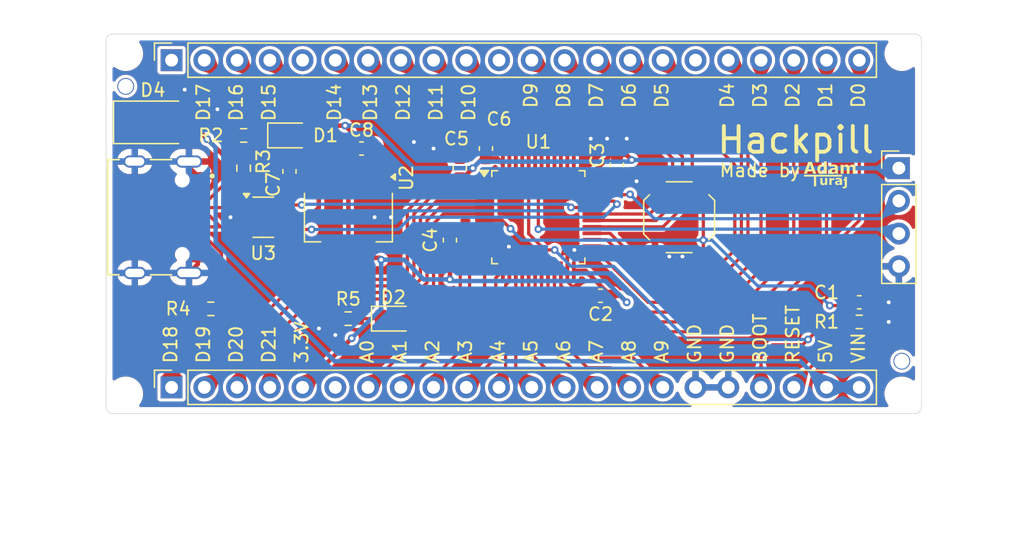
<source format=kicad_pcb>
(kicad_pcb (version 20240108) (generator "pcbnew") (generator_version "8.0")
  (layers (0 "F.Cu" signal) (31 "B.Cu" signal) (34 "B.Paste" user) (35 "F.Paste" user) (36 "B.SilkS" user "B.Silkscreen") (37 "F.SilkS" user "F.Silkscreen") (38 "B.Mask" user) (39 "F.Mask" user) (44 "Edge.Cuts" user))
  (net 0 "")
  (net 1 "NRST")
  (net 2 "GND")
  (net 3 "+3V3")
  (net 4 "+5V")
  (net 5 "Net-(D1-K)")
  (net 6 "Net-(D2-K)")
  (net 7 "BOOT")
  (net 8 "Net-(J2-CC1)")
  (net 9 "Net-(J2-CC2)")
  (net 10 "A4")
  (net 11 "D21")
  (net 12 "A3")
  (net 13 "A8")
  (net 14 "D5")
  (net 15 "A7")
  (net 16 "A0")
  (net 17 "D22")
  (net 18 "D6")
  (net 19 "A5")
  (net 20 "D20")
  (net 21 "A2")
  (net 22 "A1")
  (net 23 "/SWCLK")
  (net 24 "A9")
  (net 25 "/SWDIO")
  (net 26 "A6")
  (net 27 "Net-(J2-D--PadA7)")
  (net 28 "Net-(J2-D+-PadA6)")
  (net 32 "D18")
  (net 33 "D19")
  (net 34 "D4")
  (net 35 "PWM_D7")
  (net 36 "I2C_SCL_PWM_D1")
  (net 37 "SPI_MISO_I2S_MCK_PWM_D12")
  (net 39 "I2C_SDA_PWM_D2")
  (net 40 "CAN_RX_PWM_D16")
  (net 41 "USART_TX_PWM_D9")
  (net 43 "D3")
  (net 44 "USART_TX_PWM_D8")
  (net 45 "I2S_WS_PWM_D10")
  (net 46 "SPI_SCK_PWM_D11")
  (net 47 "D14")
  (net 50 "SPI_MOSI_I2S_SD_PWM_D13")
  (net 51 "D0")
  (net 52 "D15")
  (net 53 "CAN_TX_PWM_D17")
  (net 54 "USB_DP")
  (net 55 "USB_DM")
  (net 56 "Net-(D4-A)")
  (footprint "Symbol:logo" (layer "F.Cu") (at 181.61 97.028)
    (property "Reference" "G***" (hide yes))
    (property "Value" "LOGO" (hide yes))
  )
  (footprint "MountingHole:Tooling_Hole_JLC" (layer "F.Cu") (at 127 90.17)
    (property "Reference" "REF**" (hide yes))
    (property "Value" "Tooling_Hole_JLC")
  )
  (footprint "Resistor_SMD:R_0603_1608Metric" (layer "F.Cu") (at 136.144 93.98 180)
    (property "Reference" "R2")
    (property "Value" "51R")
  )
  (footprint "Resistor_SMD:R_0603_1608Metric" (layer "F.Cu") (at 136.144 96.52 -90)
    (property "Reference" "R3")
    (property "Value" "5.1k")
  )
  (footprint "Capacitor_SMD:C_0603_1608Metric" (layer "F.Cu") (at 145.288 94.996)
    (property "Reference" "C8")
    (property "Value" "22uF")
  )
  (footprint "Fiducial:Fiducial_0.5mm_Mask1mm" (layer "F.Cu") (at 185.674 91.948)
    (property "Reference" "REF**" (hide yes))
    (property "Value" "Fiducial_0.5mm_Mask1mm")
  )
  (footprint "Diode_SMD:D_SMA" (layer "F.Cu") (at 129.099 92.964)
    (property "Reference" "D4")
    (property "Value" "SS14")
  )
  (footprint "MountingHole:MountingHole_2.2mm_M2" (layer "F.Cu") (at 187.198 114.046)
    (property "Reference" "REF**" (hide yes))
    (property "Value" "MountingHole_2.2mm_M2")
  )
  (footprint "MountingHole:MountingHole_2.2mm_M2" (layer "F.Cu") (at 187.198 87.63)
    (property "Reference" "REF**" (hide yes))
    (property "Value" "MountingHole_2.2mm_M2")
  )
  (footprint "Resistor_SMD:R_0603_1608Metric" (layer "F.Cu") (at 144.2565 108.204 180)
    (property "Reference" "R5")
    (property "Value" "51R")
  )
  (footprint "Capacitor_SMD:C_0603_1608Metric" (layer "F.Cu") (at 154.94 94.996 90)
    (property "Reference" "C6")
    (property "Value" "0.1uF")
  )
  (footprint "Connector_PinSocket_2.54mm:PinSocket_1x22_P2.54mm_Vertical" (layer "F.Cu") (at 130.556 113.538 90)
    (property "Reference" "J3" (hide yes))
    (property "Value" "Conn_01x22")
  )
  (footprint "Connector_PinSocket_2.54mm:PinSocket_1x22_P2.54mm_Vertical" (layer "F.Cu") (at 130.556 88.138 90)
    (property "Reference" "J4" (hide yes))
    (property "Value" "Conn_01x22")
  )
  (footprint "MountingHole:MountingHole_2.2mm_M2" (layer "F.Cu") (at 127 114.046)
    (property "Reference" "REF**" (hide yes))
    (property "Value" "MountingHole_2.2mm_M2")
  )
  (footprint "Package_TO_SOT_SMD:SOT-23-6" (layer "F.Cu") (at 137.668 100.33)
    (property "Reference" "U3")
    (property "Value" "USBLC6-2SC6")
  )
  (footprint "Package_QFP:LQFP-48_7x7mm_P0.5mm" (layer "F.Cu") (at 159.004 100.33)
    (property "Reference" "U1")
    (property "Value" "STM32F042C6Tx")
  )
  (footprint "LED_SMD:LED_0805_2012Metric" (layer "F.Cu") (at 139.7 93.98)
    (property "Reference" "D1")
    (property "Value" "LED")
  )
  (footprint "Resistor_SMD:R_0603_1608Metric" (layer "F.Cu") (at 133.604 107.442)
    (property "Reference" "R4")
    (property "Value" "5.1k")
  )
  (footprint "Capacitor_SMD:C_0603_1608Metric" (layer "F.Cu") (at 165.1 96.266 -90)
    (property "Reference" "C3")
    (property "Value" "0.1uF")
  )
  (footprint "Capacitor_SMD:C_0603_1608Metric" (layer "F.Cu") (at 152.908 96.52 90)
    (property "Reference" "C5")
    (property "Value" "0.1uF")
  )
  (footprint "Capacitor_SMD:C_0603_1608Metric" (layer "F.Cu") (at 139.7 96.774 90)
    (property "Reference" "C7")
    (property "Value" "10uF")
  )
  (footprint "Package_TO_SOT_SMD:SOT-223-3_TabPin2" (layer "F.Cu") (at 144.272 100.33 -90)
    (property "Reference" "U2")
    (property "Value" "AMS1117-3.3")
  )
  (footprint "Capacitor_SMD:C_0603_1608Metric" (layer "F.Cu") (at 163.83 106.426 180)
    (property "Reference" "C2")
    (property "Value" "0.1uF")
  )
  (footprint "Capacitor_SMD:C_0603_1608Metric" (layer "F.Cu") (at 183.896 106.934 180)
    (property "Reference" "C1")
    (property "Value" "0.1uF")
  )
  (footprint "Fiducial:Fiducial_0.5mm_Mask1mm" (layer "F.Cu") (at 127.254 108.204)
    (property "Reference" "REF**" (hide yes))
    (property "Value" "Fiducial_0.5mm_Mask1mm")
  )
  (footprint "MountingHole:Tooling_Hole_JLC" (layer "F.Cu") (at 187.198 111.506)
    (property "Reference" "REF**" (hide yes))
    (property "Value" "Tooling_Hole_JLC")
  )
  (footprint "MountingHole:MountingHole_2.2mm_M2" (layer "F.Cu") (at 127 87.63)
    (property "Reference" "REF**" (hide yes))
    (property "Value" "MountingHole_2.2mm_M2")
  )
  (footprint "Button_Switch_SMD:SW_Push_1P1T_XKB_TS-1187A" (layer "F.Cu") (at 169.926 100.33 90)
    (property "Reference" "SW1" (hide yes))
    (property "Value" "SW_Push")
  )
  (footprint "Fiducial:Fiducial_0.5mm_Mask1mm" (layer "F.Cu") (at 183.134 104.14)
    (property "Reference" "REF**" (hide yes))
    (property "Value" "Fiducial_0.5mm_Mask1mm")
  )
  (footprint "Resistor_SMD:R_0603_1608Metric" (layer "F.Cu") (at 183.896 108.458 180)
    (property "Reference" "R1")
    (property "Value" "10k")
  )
  (footprint "LED_SMD:LED_0805_2012Metric" (layer "F.Cu") (at 147.7495 108.204)
    (property "Reference" "D2")
    (property "Value" "LED")
  )
  (footprint "Connector_PinHeader_2.54mm:PinHeader_1x04_P2.54mm_Vertical" (layer "F.Cu") (at 186.969 96.52)
    (property "Reference" "J1" (hide yes))
    (property "Value" "Conn_01x04")
  )
  (footprint "Capacitor_SMD:C_0603_1608Metric" (layer "F.Cu") (at 152.146 102.108 90)
    (property "Reference" "C4")
    (property "Value" "0.1uF")
  )
  (footprint "Connector_USB:USB_C_Receptacle_Shouhan_16P_TopMnt_Horizontal" (layer "F.Cu") (at 128.778 100.33 -90)
    (property "Reference" "J2" (hide yes))
    (property "Value" "USB_C_Receptacle_USB2.0_16P")
  )
  (gr_line (start 188.722 115.07) (end 188.722 86.606) (stroke (width 0.05)) (layer "Edge.Cuts"))
  (gr_arc (start 125.476 86.606) (mid 125.622447 86.252447) (end 125.976 86.106) (stroke (width 0.05)) (layer "Edge.Cuts"))
  (gr_arc (start 188.222 86.106) (mid 188.575553 86.252447) (end 188.722 86.606) (stroke (width 0.05)) (layer "Edge.Cuts"))
  (gr_line (start 188.222 86.106) (end 125.976 86.106) (stroke (width 0.05)) (layer "Edge.Cuts"))
  (gr_arc (start 125.976 115.57) (mid 125.622447 115.423553) (end 125.476 115.07) (stroke (width 0.05)) (layer "Edge.Cuts"))
  (gr_arc (start 188.722 115.07) (mid 188.575553 115.423553) (end 188.222 115.57) (stroke (width 0.05)) (layer "Edge.Cuts"))
  (gr_line (start 125.476 86.606) (end 125.476 115.07) (stroke (width 0.05)) (layer "Edge.Cuts"))
  (gr_line (start 125.976 115.57) (end 188.222 115.57) (stroke (width 0.05)) (layer "Edge.Cuts"))
  (gr_text "VIN" (at 184.404 111.76 90) (layer "F.SilkS") (effects (font (size 1 1)) (justify left bottom)))
  (gr_text "D19" (at 133.604 111.76 90) (layer "F.SilkS") (effects (font (size 1 1)) (justify left bottom)))
  (gr_text "A8" (at 166.624 111.76 90) (layer "F.SilkS") (effects (font (size 1 1)) (justify left bottom)))
  (gr_text "D5" (at 169.164 91.948 90) (layer "F.SilkS") (effects (font (size 1 1)) (justify left bottom)))
  (gr_text "D10" (at 154.178 92.964 90) (layer "F.SilkS") (effects (font (size 1 1)) (justify left bottom)))
  (gr_text "A0" (at 146.304 111.76 90) (layer "F.SilkS") (effects (font (size 1 1)) (justify left bottom)))
  (gr_text "D3" (at 176.784 91.948 90) (layer "F.SilkS") (effects (font (size 1 1)) (justify left bottom)))
  (gr_text "D12" (at 149.098 92.964 90) (layer "F.SilkS") (effects (font (size 1 1)) (justify left bottom)))
  (gr_text "Made by" (at 172.974 97.282 0) (layer "F.SilkS") (effects (font (size 1 1)) (justify left bottom)))
  (gr_text "D7" (at 164.084 91.948 90) (layer "F.SilkS") (effects (font (size 1 1)) (justify left bottom)))
  (gr_text "D2" (at 179.324 91.948 90) (layer "F.SilkS") (effects (font (size 1 1)) (justify left bottom)))
  (gr_text "A2" (at 151.384 111.76 90) (layer "F.SilkS") (effects (font (size 1 1)) (justify left bottom)))
  (gr_text "GND" (at 171.704 111.76 90) (layer "F.SilkS") (effects (font (size 1 1)) (justify left bottom)))
  (gr_text "Hackpill" (at 172.72 95.504 0) (layer "F.SilkS") (effects (font (size 2 2) (thickness 0.3) (bold yes)) (justify left bottom)))
  (gr_text "D14" (at 143.764 92.964 90) (layer "F.SilkS") (effects (font (size 1 1)) (justify left bottom)))
  (gr_text "A7" (at 164.084 111.76 90) (layer "F.SilkS") (effects (font (size 1 1)) (justify left bottom)))
  (gr_text "D6" (at 166.624 91.948 90) (layer "F.SilkS") (effects (font (size 1 1)) (justify left bottom)))
  (gr_text "D20" (at 136.144 111.76 90) (layer "F.SilkS") (effects (font (size 1 1)) (justify left bottom)))
  (gr_text "5V" (at 181.864 111.76 90) (layer "F.SilkS") (effects (font (size 1 1)) (justify left bottom)))
  (gr_text "D4" (at 174.244 91.948 90) (layer "F.SilkS") (effects (font (size 1 1)) (justify left bottom)))
  (gr_text "BOOT" (at 176.784 111.76 90) (layer "F.SilkS") (effects (font (size 1 1)) (justify left bottom)))
  (gr_text "D15" (at 138.684 92.964 90) (layer "F.SilkS") (effects (font (size 1 1)) (justify left bottom)))
  (gr_text "D18" (at 131.064 111.76 90) (layer "F.SilkS") (effects (font (size 1 1)) (justify left bottom)))
  (gr_text "D17" (at 133.604 92.964 90) (layer "F.SilkS") (effects (font (size 1 1)) (justify left bottom)))
  (gr_text "GND" (at 174.244 111.76 90) (layer "F.SilkS") (effects (font (size 1 1)) (justify left bottom)))
  (gr_text "A1" (at 148.844 111.76 90) (layer "F.SilkS") (effects (font (size 1 1)) (justify left bottom)))
  (gr_text "A5" (at 159.004 111.76 90) (layer "F.SilkS") (effects (font (size 1 1)) (justify left bottom)))
  (gr_text "D21" (at 138.684 111.76 90) (layer "F.SilkS") (effects (font (size 1 1)) (justify left bottom)))
  (gr_text "D1" (at 181.864 91.948 90) (layer "F.SilkS") (effects (font (size 1 1)) (justify left bottom)))
  (gr_text "D9" (at 159.004 91.948 90) (layer "F.SilkS") (effects (font (size 1 1)) (justify left bottom)))
  (gr_text "D0" (at 184.404 91.948 90) (layer "F.SilkS") (effects (font (size 1 1)) (justify left bottom)))
  (gr_text "D16" (at 136.144 92.964 90) (layer "F.SilkS") (effects (font (size 1 1)) (justify left bottom)))
  (gr_text "D13" (at 146.558 92.964 90) (layer "F.SilkS") (effects (font (size 1 1)) (justify left bottom)))
  (gr_text "D11" (at 151.638 92.964 90) (layer "F.SilkS") (effects (font (size 1 1)) (justify left bottom)))
  (gr_text "A3" (at 153.924 111.76 90) (layer "F.SilkS") (effects (font (size 1 1)) (justify left bottom)))
  (gr_text "A6" (at 161.544 111.76 90) (layer "F.SilkS") (effects (font (size 1 1)) (justify left bottom)))
  (gr_text "A4" (at 156.464 111.76 90) (layer "F.SilkS") (effects (font (size 1 1)) (justify left bottom)))
  (gr_text "A9" (at 169.164 111.76 90) (layer "F.SilkS") (effects (font (size 1 1)) (justify left bottom)))
  (gr_text "3.3V" (at 141.224 111.76 90) (layer "F.SilkS") (effects (font (size 1 1)) (justify left bottom)))
  (gr_text "D8" (at 161.544 91.948 90) (layer "F.SilkS") (effects (font (size 1 1)) (justify left bottom)))
  (gr_text "RESET" (at 179.324 111.76 90) (layer "F.SilkS") (effects (font (size 1 1)) (justify left bottom)))
  (segment (start 171.801 102.108) (end 171.801 97.33) (width 0.25) (layer "F.Cu") (net 1))
  (segment (start 182.867 107.188) (end 183.121 106.934) (width 0.25) (layer "F.Cu") (net 1))
  (segment (start 178.816 113.284) (end 178.816 113.538) (width 0.25) (layer "F.Cu") (net 1))
  (segment (start 183.896 107.709) (end 183.896 109.22) (width 0.25) (layer "F.Cu") (net 1))
  (segment (start 183.896 109.22) (end 183.388 109.728) (width 0.25) (layer "F.Cu") (net 1))
  (segment (start 183.121 106.934) (end 183.896 107.709) (width 0.25) (layer "F.Cu") (net 1))
  (segment (start 156.845 101.219) (end 156.206 100.58) (width 0.25) (layer "F.Cu") (net 1))
  (segment (start 182.372 109.728) (end 178.816 113.284) (width 0.25) (layer "F.Cu") (net 1))
  (segment (start 181.61 107.188) (end 182.867 107.188) (width 0.25) (layer "F.Cu") (net 1))
  (segment (start 171.801 102.108) (end 171.801 103.33) (width 0.25) (layer "F.Cu") (net 1))
  (segment (start 156.206 100.58) (end 154.8415 100.58) (width 0.25) (layer "F.Cu") (net 1))
  (segment (start 183.388 109.728) (end 182.372 109.728) (width 0.25) (layer "F.Cu") (net 1))
  (segment (start 179.044 113.31) (end 178.816 113.538) (width 0.25) (layer "F.Cu") (net 1))
  (via (at 156.845 101.219) (size 0.6) (drill 0.3) (layers "F.Cu" "B.Cu") (net 1))
  (via (at 171.801 102.108) (size 0.6) (drill 0.3) (layers "F.Cu" "B.Cu") (net 1))
  (via (at 181.61 107.188) (size 0.6) (drill 0.3) (layers "F.Cu" "B.Cu") (net 1))
  (segment (start 171.801 102.108) (end 172.466 102.108) (width 0.25) (layer "B.Cu") (net 1))
  (segment (start 156.845 101.219) (end 157.734 102.108) (width 0.25) (layer "B.Cu") (net 1))
  (segment (start 180.086 105.664) (end 181.61 107.188) (width 0.25) (layer "B.Cu") (net 1))
  (segment (start 157.734 102.108) (end 171.801 102.108) (width 0.25) (layer "B.Cu") (net 1))
  (segment (start 176.022 105.664) (end 180.086 105.664) (width 0.25) (layer "B.Cu") (net 1))
  (segment (start 172.466 102.108) (end 176.022 105.664) (width 0.25) (layer "B.Cu") (net 1))
  (segment (start 161.254 103.414) (end 161.254 104.4925) (width 0.25) (layer "F.Cu") (net 2))
  (segment (start 132.373 104.425) (end 132.598 104.65) (width 0.25) (layer "F.Cu") (net 2))
  (segment (start 131.903 96.005) (end 131.903 96.445) (width 0.35) (layer "F.Cu") (net 2))
  (segment (start 152.399 101.08) (end 152.146 101.333) (width 0.25) (layer "F.Cu") (net 2))
  (segment (start 162.361795 106.426) (end 163.055 106.426) (width 0.25) (layer "F.Cu") (net 2))
  (segment (start 156.197 94.221) (end 154.94 94.221) (width 0.25) (layer "F.Cu") (net 2))
  (segment (start 161.254 105.318205) (end 162.361795 106.426) (width 0.25) (layer "F.Cu") (net 2))
  (segment (start 154.432 94.221) (end 154.94 94.221) (width 0.25) (layer "F.Cu") (net 2))
  (segment (start 135.319 93.98) (end 135.319 94.87) (width 0.2) (layer "F.Cu") (net 2))
  (segment (start 132.588 103.97) (end 131.903 104.655) (width 0.35) (layer "F.Cu") (net 2))
  (segment (start 132.588 103.53) (end 132.588 103.97) (width 0.35) (layer "F.Cu") (net 2))
  (segment (start 152.908 95.745) (end 154.432 94.221) (width 0.25) (layer "F.Cu") (net 2))
  (segment (start 155.646764 101.08) (end 154.8415 101.08) (width 0.25) (layer "F.Cu") (net 2))
  (segment (start 136.144 95.695) (end 136.589 95.695) (width 0.2) (layer "F.Cu") (net 2))
  (segment (start 156.718 102.616) (end 156.718 102.151236) (width 0.25) (layer "F.Cu") (net 2))
  (segment (start 136.652 95.758) (end 139.459 95.758) (width 0.2) (layer "F.Cu") (net 2))
  (segment (start 165.1 97.041) (end 165.1 97.061) (width 0.25) (layer "F.Cu") (net 2))
  (segment (start 156.754 96.1675) (end 156.754 94.778) (width 0.25) (layer "F.Cu") (net 2))
  (segment (start 165.1 97.061) (end 164.081 98.08) (width 0.25) (layer "F.Cu") (net 2))
  (segment (start 161.798 102.87) (end 161.254 103.414) (width 0.25) (layer "F.Cu") (net 2))
  (segment (start 161.254 104.4925) (end 161.254 105.318205) (width 0.25) (layer "F.Cu") (net 2))
  (segment (start 154.8415 101.08) (end 152.399 101.08) (width 0.25) (layer "F.Cu") (net 2))
  (segment (start 135.319 94.87) (end 136.144 95.695) (width 0.2) (layer "F.Cu") (net 2))
  (segment (start 131.903 96.445) (end 132.588 97.13) (width 0.35) (layer "F.Cu") (net 2))
  (segment (start 139.459 95.758) (end 139.7 95.999) (width 0.2) (layer "F.Cu") (net 2))
  (segment (start 156.754 94.778) (end 156.197 94.221) (width 0.25) (layer "F.Cu") (net 2))
  (segment (start 135.128 100.33) (end 136.5305 100.33) (width 0.25) (layer "F.Cu") (net 2))
  (segment (start 164.081 98.08) (end 163.1665 98.08) (width 0.25) (layer "F.Cu") (net 2))
  (segment (start 156.718 102.151236) (end 155.646764 101.08) (width 0.25) (layer "F.Cu") (net 2))
  (segment (start 136.589 95.695) (end 136.652 95.758) (width 0.2) (layer "F.Cu") (net 2))
  (segment (start 132.373 96.235) (end 132.598 96.01) (width 0.25) (layer "F.Cu") (net 2))
  (via (at 165.862 94.234) (size 0.6) (drill 0.3) (layers "F.Cu" "B.Cu") (net 2))
  (via (at 156.718 102.616) (size 0.6) (drill 0.3) (layers "F.Cu" "B.Cu") (net 2))
  (via (at 134.112 91.948) (size 0.6) (drill 0.3) (layers "F.Cu" "B.Cu") (net 2))
  (via (at 150.876 94.996) (size 0.6) (drill 0.3) (layers "F.Cu" "B.Cu") (net 2))
  (via (at 141.986 108.966) (size 0.6) (drill 0.3) (layers "F.Cu" "B.Cu") (net 2))
  (via (at 170.18 103.378) (size 0.6) (drill 0.3) (layers "F.Cu" "B.Cu") (net 2))
  (via (at 143.256 109.474) (size 0.6) (drill 0.3) (layers "F.Cu" "B.Cu") (net 2))
  (via (at 149.352 94.488) (size 0.6) (drill 0.3) (layers "F.Cu" "B.Cu") (net 2))
  (via (at 135.128 100.33) (size 0.6) (drill 0.3) (layers "F.Cu" "B.Cu") (net 2))
  (via (at 147.574 100.33) (size 0.6) (drill 0.3) (layers "F.Cu" "B.Cu") (net 2))
  (via (at 161.798 102.87) (size 0.6) (drill 0.3) (layers "F.Cu" "B.Cu") (net 2))
  (via (at 186.182 106.934) (size 0.6) (drill 0.3) (layers "F.Cu" "B.Cu") (net 2))
  (via (at 166.624 97.536) (size 0.6) (drill 0.3) (layers "F.Cu" "B.Cu") (net 2))
  (via (at 164.338 94.234) (size 0.6) (drill 0.3) (layers "F.Cu" "B.Cu") (net 2))
  (via (at 146.304 100.33) (size 0.6) (drill 0.3) (layers "F.Cu" "B.Cu") (net 2))
  (via (at 169.164 103.378) (size 0.6) (drill 0.3) (layers "F.Cu" "B.Cu") (net 2))
  (via (at 186.182 108.458) (size 0.6) (drill 0.3) (layers "F.Cu" "B.Cu") (net 2))
  (via (at 163.068 94.234) (size 0.6) (drill 0.3) (layers "F.Cu" "B.Cu") (net 2))
  (via (at 131.572 90.424) (size 0.6) (drill 0.3) (layers "F.Cu" "B.Cu") (net 2))
  (segment (start 154.8415 101.58) (end 153.965524 101.58) (width 0.25) (layer "F.Cu") (net 3))
  (segment (start 144.272 95.237) (end 144.513 94.996) (width 0.35) (layer "F.Cu") (net 3))
  (segment (start 153.149 97.295) (end 152.908 97.295) (width 0.35) (layer "F.Cu") (net 3))
  (segment (start 144.526 109.728) (end 140.716 113.538) (width 0.35) (layer "F.Cu") (net 3))
  (segment (start 165.1 95.491) (end 164.625 95.491) (width 0.35) (layer "F.Cu") (net 3))
  (segment (start 144.272 97.18) (end 144.272 103.48) (width 0.35) (layer "F.Cu") (net 3))
  (segment (start 154.5815 97.295) (end 154.8415 97.555) (width 0.35) (layer "F.Cu") (net 3))
  (segment (start 155.8325 95.771) (end 156.229 96.1675) (width 0.35) (layer "F.Cu") (net 3))
  (segment (start 165.1 95.6465) (end 165.1 95.491) (width 0.35) (layer "F.Cu") (net 3))
  (segment (start 152.146 102.883) (end 153.449 101.58) (width 0.35) (layer "F.Cu") (net 3))
  (segment (start 141.3995 93.218) (end 140.6375 93.98) (width 0.35) (layer "F.Cu") (net 3))
  (segment (start 165.849 95.491) (end 165.1 95.491) (width 0.35) (layer "F.Cu") (net 3))
  (segment (start 163.1665 96.9495) (end 163.1665 97.555) (width 0.35) (layer "F.Cu") (net 3))
  (segment (start 144.018 93.218) (end 144.513 93.713) (width 0.35) (layer "F.Cu") (net 3))
  (segment (start 154.673 95.771) (end 153.149 97.295) (width 0.35) (layer "F.Cu") (net 3))
  (segment (start 144.513 93.713) (end 144.513 94.996) (width 0.35) (layer "F.Cu") (net 3))
  (segment (start 166.243 95.885) (end 165.849 95.491) (width 0.35) (layer "F.Cu") (net 3))
  (segment (start 164.605 106.426) (end 165.354 106.426) (width 0.35) (layer "F.Cu") (net 3))
  (segment (start 144.272 97.18) (end 144.272 95.237) (width 0.35) (layer "F.Cu") (net 3))
  (segment (start 152.908 97.295) (end 154.5815 97.295) (width 0.35) (layer "F.Cu") (net 3))
  (segment (start 164.625 95.491) (end 163.1665 96.9495) (width 0.35) (layer "F.Cu") (net 3))
  (segment (start 154.94 95.771) (end 154.673 95.771) (width 0.35) (layer "F.Cu") (net 3))
  (segment (start 165.354 106.426) (end 165.862 106.934) (width 0.35) (layer "F.Cu") (net 3))
  (segment (start 144.424 103.632) (end 144.272 103.48) (width 0.35) (layer "F.Cu") (net 3))
  (segment (start 164.605 106.426) (end 162.6715 104.4925) (width 0.35) (layer "F.Cu") (net 3))
  (segment (start 152.146 105.156) (end 152.146 102.883) (width 0.35) (layer "F.Cu") (net 3))
  (segment (start 144.272 103.48) (end 146.66 103.48) (width 0.35) (layer "F.Cu") (net 3))
  (segment (start 154.94 95.771) (end 155.8325 95.771) (width 0.35) (layer "F.Cu") (net 3))
  (segment (start 162.6715 104.4925) (end 161.779 104.4925) (width 0.35) (layer "F.Cu") (net 3))
  (segment (start 146.66 103.48) (end 146.812 103.632) (width 0.35) (layer "F.Cu") (net 3))
  (segment (start 144.018 93.218) (end 141.3995 93.218) (width 0.35) (layer "F.Cu") (net 3))
  (segment (start 153.193 97.58) (end 152.908 97.295) (width 0.35) (layer "F.Cu") (net 3))
  (segment (start 153.449 101.58) (end 153.965524 101.58) (width 0.35) (layer "F.Cu") (net 3))
  (via (at 165.862 106.934) (size 0.6) (drill 0.3) (layers "F.Cu" "B.Cu") (net 3))
  (via (at 146.812 103.632) (size 0.6) (drill 0.3) (layers "F.Cu" "B.Cu") (net 3))
  (via (at 152.146 105.156) (size 0.6) (drill 0.3) (layers "F.Cu" "B.Cu") (net 3))
  (via (at 153.924 96.52) (size 0.6) (drill 0.3) (layers "F.Cu" "B.Cu") (net 3))
  (via (at 166.243 95.885) (size 0.6) (drill 0.3) (layers "F.Cu" "B.Cu") (net 3))
  (via (at 144.018 93.218) (size 0.6) (drill 0.3) (layers "F.Cu" "B.Cu") (net 3))
  (via (at 144.526 109.728) (size 0.6) (drill 0.3) (layers "F.Cu" "B.Cu") (net 3))
  (segment (start 171.323 95.885) (end 166.243 95.885) (width 0.35) (layer "B.Cu") (net 3))
  (segment (start 150.114 105.156) (end 148.59 103.632) (width 0.35) (layer "B.Cu") (net 3))
  (segment (start 149.352 96.52) (end 153.924 96.52) (width 0.35) (layer "B.Cu") (net 3))
  (segment (start 164.211 105.283) (end 165.862 106.934) (width 0.35) (layer "B.Cu") (net 3))
  (segment (start 166.243 95.885) (end 166.116 96.012) (width 0.35) (layer "B.Cu") (net 3))
  (segment (start 146.812 107.442) (end 146.812 103.632) (width 0.35) (layer "B.Cu") (net 3))
  (segment (start 176.022 96.52) (end 186.969 96.52) (width 0.35) (layer "B.Cu") (net 3))
  (segment (start 152.146 105.156) (end 152.273 105.283) (width 0.35) (layer "B.Cu") (net 3))
  (segment (start 152.146 105.156) (end 150.114 105.156) (width 0.35) (layer "B.Cu") (net 3))
  (segment (start 154.432 96.012) (end 153.924 96.52) (width 0.35) (layer "B.Cu") (net 3))
  (segment (start 144.526 109.728) (end 146.812 107.442) (width 0.35) (layer "B.Cu") (net 3))
  (segment (start 148.59 103.632) (end 146.812 103.632) (width 0.35) (layer "B.Cu") (net 3))
  (segment (start 175.387 95.885) (end 176.022 96.52) (width 0.35) (layer "B.Cu") (net 3))
  (segment (start 152.273 105.283) (end 164.211 105.283) (width 0.35) (layer "B.Cu") (net 3))
  (segment (start 146.05 93.218) (end 149.352 96.52) (width 0.35) (layer "B.Cu") (net 3))
  (segment (start 166.116 96.012) (end 154.432 96.012) (width 0.35) (layer "B.Cu") (net 3))
  (segment (start 171.323 95.885) (end 175.387 95.885) (width 0.35) (layer "B.Cu") (net 3))
  (segment (start 144.018 93.218) (end 146.05 93.218) (width 0.35) (layer "B.Cu") (net 3))
  (segment (start 132.019286 92.964) (end 133.319643 94.264357) (width 0.35) (layer "F.Cu") (net 4))
  (segment (start 141.224 100.33) (end 141.972 99.582) (width 0.35) (layer "F.Cu") (net 4))
  (segment (start 141.579 96.787) (end 141.972 97.18) (width 0.35) (layer "F.Cu") (net 4))
  (segment (start 131.064 92.964) (end 132.019286 92.964) (width 0.35) (layer "F.Cu") (net 4))
  (segment (start 141.972 99.582) (end 141.972 97.18) (width 0.35) (layer "F.Cu") (net 4))
  (segment (start 138.721 96.57) (end 139.7 97.549) (width 0.35) (layer "F.Cu") (net 4))
  (segment (start 132.019286 92.964) (end 135.625286 96.57) (width 0.35) (layer "F.Cu") (net 4))
  (segment (start 138.8055 100.33) (end 141.224 100.33) (width 0.35) (layer "F.Cu") (net 4))
  (segment (start 139.7 97.549) (end 141.603 97.549) (width 0.2) (layer "F.Cu") (net 4))
  (segment (start 141.603 97.549) (end 141.972 97.18) (width 0.2) (layer "F.Cu") (net 4))
  (segment (start 135.625286 96.57) (end 138.721 96.57) (width 0.35) (layer "F.Cu") (net 4))
  (via (at 133.319643 94.264357) (size 0.6) (drill 0.3) (layers "F.Cu" "B.Cu") (net 4))
  (segment (start 143.202726 111.506) (end 179.324 111.506) (width 0.35) (layer "B.Cu") (net 4))
  (segment (start 179.324 111.506) (end 181.356 113.538) (width 0.35) (layer "B.Cu") (net 4))
  (segment (start 133.973 102.276274) (end 143.202726 111.506) (width 0.35) (layer "B.Cu") (net 4))
  (segment (start 183.896 113.538) (end 181.356 113.538) (width 0.35) (layer "B.Cu") (net 4))
  (segment (start 133.973 94.917714) (end 133.973 102.276274) (width 0.35) (layer "B.Cu") (net 4))
  (segment (start 133.319643 94.264357) (end 133.973 94.917714) (width 0.35) (layer "B.Cu") (net 4))
  (segment (start 136.969 93.98) (end 138.7625 93.98) (width 0.2) (layer "F.Cu") (net 5))
  (segment (start 145.0815 108.204) (end 146.812 108.204) (width 0.25) (layer "F.Cu") (net 6))
  (segment (start 176.276 111.139471) (end 176.276 113.538) (width 0.25) (layer "F.Cu") (net 7))
  (segment (start 181.032 108.712) (end 183.071 108.712) (width 0.25) (layer "F.Cu") (net 7))
  (segment (start 159.512 102.87) (end 158.254 101.612) (width 0.25) (layer "F.Cu") (net 7))
  (segment (start 160.274 102.87) (end 159.512 102.87) (width 0.25) (layer "F.Cu") (net 7))
  (segment (start 158.254 101.612) (end 158.254 96.1675) (width 0.25) (layer "F.Cu") (net 7))
  (segment (start 177.179471 110.236) (end 176.276 111.139471) (width 0.25) (layer "F.Cu") (net 7))
  (segment (start 179.508 110.236) (end 177.179471 110.236) (width 0.25) (layer "F.Cu") (net 7))
  (segment (start 179.924 109.82) (end 179.508 110.236) (width 0.25) (layer "F.Cu") (net 7))
  (segment (start 179.924 109.82) (end 181.032 108.712) (width 0.25) (layer "F.Cu") (net 7))
  (via (at 179.924 109.82) (size 0.6) (drill 0.3) (layers "F.Cu" "B.Cu") (net 7))
  (via (at 160.274 102.87) (size 0.6) (drill 0.3) (layers "F.Cu" "B.Cu") (net 7))
  (segment (start 164.846 104.14) (end 170.526 109.82) (width 0.25) (layer "B.Cu") (net 7))
  (segment (start 161.544 104.14) (end 164.846 104.14) (width 0.25) (layer "B.Cu") (net 7))
  (segment (start 170.526 109.82) (end 179.924 109.82) (width 0.25) (layer "B.Cu") (net 7))
  (segment (start 160.274 102.87) (end 161.544 104.14) (width 0.25) (layer "B.Cu") (net 7))
  (segment (start 132.453 99.08) (end 133.323 99.08) (width 0.25) (layer "F.Cu") (net 8))
  (segment (start 135.058 97.345) (end 136.144 97.345) (width 0.25) (layer "F.Cu") (net 8))
  (segment (start 133.323 99.08) (end 135.058 97.345) (width 0.25) (layer "F.Cu") (net 8))
  (segment (start 132.453 102.08) (end 133.39436 102.08) (width 0.25) (layer "F.Cu") (net 9))
  (segment (start 134.429 103.11464) (end 134.429 107.442) (width 0.25) (layer "F.Cu") (net 9))
  (segment (start 134.62 107.251) (end 134.429 107.442) (width 0.25) (layer "F.Cu") (net 9))
  (segment (start 133.39436 102.08) (end 134.429 103.11464) (width 0.25) (layer "F.Cu") (net 9))
  (segment (start 156.464 113.03) (end 155.956 113.538) (width 0.25) (layer "F.Cu") (net 10))
  (segment (start 156.754 104.4925) (end 156.754 105.297764) (width 0.25) (layer "F.Cu") (net 10))
  (segment (start 156.464 105.587764) (end 156.464 113.03) (width 0.25) (layer "F.Cu") (net 10))
  (segment (start 156.754 105.297764) (end 156.464 105.587764) (width 0.25) (layer "F.Cu") (net 10))
  (segment (start 149.098 106.68) (end 142.748 106.68) (width 0.25) (layer "F.Cu") (net 11))
  (segment (start 151.372 99.58) (end 150.368 100.584) (width 0.25) (layer "F.Cu") (net 11))
  (segment (start 154.8415 99.58) (end 151.372 99.58) (width 0.25) (layer "F.Cu") (net 11))
  (segment (start 150.368 105.41) (end 149.098 106.68) (width 0.25) (layer "F.Cu") (net 11))
  (segment (start 138.176 111.252) (end 138.176 113.538) (width 0.25) (layer "F.Cu") (net 11))
  (segment (start 142.748 106.68) (end 138.176 111.252) (width 0.25) (layer "F.Cu") (net 11))
  (segment (start 150.368 100.584) (end 150.368 105.41) (width 0.25) (layer "F.Cu") (net 11))
  (segment (start 155.702 105.0445) (end 156.254 104.4925) (width 0.25) (layer "F.Cu") (net 12))
  (segment (start 155.702 111.252) (end 155.702 105.0445) (width 0.25) (layer "F.Cu") (net 12))
  (segment (start 153.416 113.538) (end 155.702 111.252) (width 0.25) (layer "F.Cu") (net 12))
  (segment (start 162.814 112.014) (end 164.592 112.014) (width 0.25) (layer "F.Cu") (net 13))
  (segment (start 158.754 107.954) (end 162.814 112.014) (width 0.25) (layer "F.Cu") (net 13))
  (segment (start 164.592 112.014) (end 166.116 113.538) (width 0.25) (layer "F.Cu") (net 13))
  (segment (start 158.754 104.4925) (end 158.754 107.954) (width 0.25) (layer "F.Cu") (net 13))
  (segment (start 164.31 102.08) (end 167.64 105.41) (width 0.25) (layer "F.Cu") (net 14))
  (segment (start 167.64 105.41) (end 172.72 105.41) (width 0.25) (layer "F.Cu") (net 14))
  (segment (start 172.72 105.41) (end 174.752 103.378) (width 0.25) (layer "F.Cu") (net 14))
  (segment (start 174.752 103.378) (end 174.752 94.234) (width 0.25) (layer "F.Cu") (net 14))
  (segment (start 163.1665 102.08) (end 164.31 102.08) (width 0.25) (layer "F.Cu") (net 14))
  (segment (start 174.752 94.234) (end 168.656 88.138) (width 0.25) (layer "F.Cu") (net 14))
  (segment (start 158.254 108.724) (end 163.068 113.538) (width 0.25) (layer "F.Cu") (net 15))
  (segment (start 163.068 113.538) (end 163.576 113.538) (width 0.25) (layer "F.Cu") (net 15))
  (segment (start 158.254 104.4925) (end 158.254 108.724) (width 0.25) (layer "F.Cu") (net 15))
  (segment (start 154.8415 102.08) (end 153.698 102.08) (width 0.25) (layer "F.Cu") (net 16))
  (segment (start 152.946 102.832) (end 152.946 106.388) (width 0.25) (layer "F.Cu") (net 16))
  (segment (start 153.698 102.08) (end 152.946 102.832) (width 0.25) (layer "F.Cu") (net 16))
  (segment (start 152.946 106.388) (end 145.796 113.538) (width 0.25) (layer "F.Cu") (net 16))
  (segment (start 150.876 100.838) (end 150.876 106.015) (width 0.25) (layer "F.Cu") (net 17))
  (segment (start 150.876 106.015) (end 148.687 108.204) (width 0.25) (layer "F.Cu") (net 17))
  (segment (start 154.8415 100.08) (end 151.634 100.08) (width 0.25) (layer "F.Cu") (net 17))
  (segment (start 151.634 100.08) (end 150.876 100.838) (width 0.25) (layer "F.Cu") (net 17))
  (segment (start 174.244 102.87) (end 174.244 96.266) (width 0.25) (layer "F.Cu") (net 18))
  (segment (start 172.466 104.648) (end 174.244 102.87) (width 0.25) (layer "F.Cu") (net 18))
  (segment (start 174.244 96.266) (end 166.116 88.138) (width 0.25) (layer "F.Cu") (net 18))
  (segment (start 167.64 104.648) (end 172.466 104.648) (width 0.25) (layer "F.Cu") (net 18))
  (segment (start 164.572 101.58) (end 167.64 104.648) (width 0.25) (layer "F.Cu") (net 18))
  (segment (start 163.1665 101.58) (end 164.572 101.58) (width 0.25) (layer "F.Cu") (net 18))
  (segment (start 157.254 104.4925) (end 157.254 112.296) (width 0.25) (layer "F.Cu") (net 19))
  (segment (start 157.254 112.296) (end 158.496 113.538) (width 0.25) (layer "F.Cu") (net 19))
  (segment (start 154.8415 99.08) (end 151.11 99.08) (width 0.25) (layer "F.Cu") (net 20))
  (segment (start 135.636 112.522) (end 135.636 113.538) (width 0.25) (layer "F.Cu") (net 20))
  (segment (start 149.86 100.33) (end 149.86 105.156) (width 0.25) (layer "F.Cu") (net 20))
  (segment (start 151.11 99.08) (end 149.86 100.33) (width 0.25) (layer "F.Cu") (net 20))
  (segment (start 141.986 106.172) (end 135.636 112.522) (width 0.25) (layer "F.Cu") (net 20))
  (segment (start 149.86 105.156) (end 148.844 106.172) (width 0.25) (layer "F.Cu") (net 20))
  (segment (start 148.844 106.172) (end 141.986 106.172) (width 0.25) (layer "F.Cu") (net 20))
  (segment (start 150.876 112.776) (end 154.8415 108.8105) (width 0.25) (layer "F.Cu") (net 21))
  (segment (start 150.876 113.538) (end 150.876 112.776) (width 0.25) (layer "F.Cu") (net 21))
  (segment (start 154.8415 108.8105) (end 154.8415 103.08) (width 0.25) (layer "F.Cu") (net 21))
  (segment (start 153.67 102.925795) (end 153.67 108.204) (width 0.25) (layer "F.Cu") (net 22))
  (segment (start 154.015795 102.58) (end 153.67 102.925795) (width 0.25) (layer "F.Cu") (net 22))
  (segment (start 153.67 108.204) (end 148.336 113.538) (width 0.25) (layer "F.Cu") (net 22))
  (segment (start 154.8415 102.58) (end 154.015795 102.58) (width 0.25) (layer "F.Cu") (net 22))
  (segment (start 161.29 97.536) (end 161.754 97.072) (width 0.25) (layer "F.Cu") (net 23))
  (segment (start 159.004 101.254) (end 159.004 98.625) (width 0.25) (layer "F.Cu") (net 23))
  (segment (start 159.004 98.625) (end 160.093 97.536) (width 0.25) (layer "F.Cu") (net 23))
  (segment (start 160.093 97.536) (end 161.29 97.536) (width 0.25) (layer "F.Cu") (net 23))
  (segment (start 161.754 97.072) (end 161.754 96.1675) (width 0.25) (layer "F.Cu") (net 23))
  (via (at 159.004 101.254) (size 0.6) (drill 0.3) (layers "F.Cu" "B.Cu") (net 23))
  (segment (start 159.004 101.254) (end 186.623 101.254) (width 0.25) (layer "B.Cu") (net 23))
  (segment (start 186.623 101.254) (end 186.969 101.6) (width 0.25) (layer "B.Cu") (net 23))
  (segment (start 163.576 111.252) (end 166.37959 111.252) (width 0.25) (layer "F.Cu") (net 24))
  (segment (start 159.254 106.93) (end 163.576 111.252) (width 0.25) (layer "F.Cu") (net 24))
  (segment (start 166.37959 111.26159) (end 168.656 113.538) (width 0.25) (layer "F.Cu") (net 24))
  (segment (start 166.37959 111.252) (end 166.37959 111.26159) (width 0.25) (layer "F.Cu") (net 24))
  (segment (start 159.254 104.4925) (end 159.254 106.93) (width 0.25) (layer "F.Cu") (net 24))
  (segment (start 166.088 98.58) (end 163.1665 98.58) (width 0.25) (layer "F.Cu") (net 25))
  (segment (start 166.116 98.552) (end 166.088 98.58) (width 0.25) (layer "F.Cu") (net 25))
  (via (at 166.116 98.552) (size 0.6) (drill 0.3) (layers "F.Cu" "B.Cu") (net 25))
  (segment (start 185.582 100.447) (end 186.969 99.06) (width 0.25) (layer "B.Cu") (net 25))
  (segment (start 168.011 100.447) (end 185.582 100.447) (width 0.25) (layer "B.Cu") (net 25))
  (segment (start 166.116 98.552) (end 168.011 100.447) (width 0.25) (layer "B.Cu") (net 25))
  (segment (start 157.754 104.4925) (end 157.754 110.256) (width 0.25) (layer "F.Cu") (net 26))
  (segment (start 157.754 110.256) (end 161.036 113.538) (width 0.25) (layer "F.Cu") (net 26))
  (segment (start 131.583 99.58) (end 136.3305 99.58) (width 0.25) (layer "F.Cu") (net 27))
  (segment (start 131.583 100.58) (end 131.318 100.315) (width 0.25) (layer "F.Cu") (net 27))
  (segment (start 136.3305 99.58) (end 136.5305 99.38) (width 0.25) (layer "F.Cu") (net 27))
  (segment (start 131.318 100.315) (end 131.318 99.845) (width 0.25) (layer "F.Cu") (net 27))
  (segment (start 131.318 99.845) (end 131.583 99.58) (width 0.25) (layer "F.Cu") (net 27))
  (segment (start 132.453 100.58) (end 131.583 100.58) (width 0.25) (layer "F.Cu") (net 27))
  (segment (start 133.366 100.08) (end 134.366 101.08) (width 0.25) (layer "F.Cu") (net 28))
  (segment (start 132.588 101.08) (end 136.3305 101.08) (width 0.25) (layer "F.Cu") (net 28))
  (segment (start 132.453 100.08) (end 133.366 100.08) (width 0.25) (layer "F.Cu") (net 28))
  (segment (start 136.3305 101.08) (end 136.5305 101.28) (width 0.25) (layer "F.Cu") (net 28))
  (segment (start 134.366 101.08) (end 134.62 101.08) (width 0.25) (layer "F.Cu") (net 28))
  (segment (start 148.844 104.486642) (end 148.174642 105.156) (width 0.25) (layer "F.Cu") (net 32))
  (segment (start 134.112 111.506) (end 131.064 111.506) (width 0.25) (layer "F.Cu") (net 32))
  (segment (start 154.8415 98.08) (end 150.586 98.08) (width 0.25) (layer "F.Cu") (net 32))
  (segment (start 148.844 99.822) (end 148.844 104.486642) (width 0.25) (layer "F.Cu") (net 32))
  (segment (start 148.174642 105.156) (end 140.462 105.156) (width 0.25) (layer "F.Cu") (net 32))
  (segment (start 140.462 105.156) (end 134.112 111.506) (width 0.25) (layer "F.Cu") (net 32))
  (segment (start 130.556 112.014) (end 130.556 113.538) (width 0.25) (layer "F.Cu") (net 32))
  (segment (start 150.586 98.08) (end 148.844 99.822) (width 0.25) (layer "F.Cu") (net 32))
  (segment (start 131.064 111.506) (end 130.556 112.014) (width 0.25) (layer "F.Cu") (net 32))
  (segment (start 149.352 104.902) (end 148.59 105.664) (width 0.25) (layer "F.Cu") (net 33))
  (segment (start 141.224 105.664) (end 133.35 113.538) (width 0.25) (layer "F.Cu") (net 33))
  (segment (start 154.8415 98.58) (end 150.848 98.58) (width 0.25) (layer "F.Cu") (net 33))
  (segment (start 133.35 113.538) (end 133.096 113.538) (width 0.25) (layer "F.Cu") (net 33))
  (segment (start 150.848 98.58) (end 149.352 100.076) (width 0.25) (layer "F.Cu") (net 33))
  (segment (start 149.352 100.076) (end 149.352 104.902) (width 0.25) (layer "F.Cu") (net 33))
  (segment (start 148.59 105.664) (end 141.224 105.664) (width 0.25) (layer "F.Cu") (net 33))
  (segment (start 167.64 106.172) (end 164.048 102.58) (width 0.25) (layer "F.Cu") (net 34))
  (segment (start 175.26 104.14) (end 173.228 106.172) (width 0.25) (layer "F.Cu") (net 34))
  (segment (start 173.736 88.138) (end 175.26 89.662) (width 0.25) (layer "F.Cu") (net 34))
  (segment (start 173.228 106.172) (end 167.64 106.172) (width 0.25) (layer "F.Cu") (net 34))
  (segment (start 175.26 89.662) (end 175.26 104.14) (width 0.25) (layer "F.Cu") (net 34))
  (segment (start 164.048 102.58) (end 163.1665 102.58) (width 0.25) (layer "F.Cu") (net 34))
  (segment (start 163.1665 101.08) (end 168.668 101.08) (width 0.25) (layer "F.Cu") (net 35))
  (segment (start 170.942 98.806) (end 170.942 95.504) (width 0.25) (layer "F.Cu") (net 35))
  (segment (start 168.668 101.08) (end 170.942 98.806) (width 0.25) (layer "F.Cu") (net 35))
  (segment (start 170.942 95.504) (end 163.576 88.138) (width 0.25) (layer "F.Cu") (net 35))
  (segment (start 160.254 104.4925) (end 160.254 106.008348) (width 0.25) (layer "F.Cu") (net 36))
  (segment (start 174.752 108.458) (end 181.356 101.854) (width 0.25) (layer "F.Cu") (net 36))
  (segment (start 181.356 101.854) (end 181.356 88.138) (width 0.25) (layer "F.Cu") (net 36))
  (segment (start 160.254 106.008348) (end 162.703652 108.458) (width 0.25) (layer "F.Cu") (net 36))
  (segment (start 162.703652 108.458) (end 174.752 108.458) (width 0.25) (layer "F.Cu") (net 36))
  (segment (start 159.004 90.932) (end 151.13 90.932) (width 0.25) (layer "F.Cu") (net 37))
  (segment (start 160.254 92.182) (end 159.004 90.932) (width 0.25) (layer "F.Cu") (net 37))
  (segment (start 160.254 96.1675) (end 160.254 92.182) (width 0.25) (layer "F.Cu") (net 37))
  (segment (start 151.13 90.932) (end 148.336 88.138) (width 0.25) (layer "F.Cu") (net 37))
  (segment (start 162.814 107.696) (end 174.244 107.696) (width 0.25) (layer "F.Cu") (net 39))
  (segment (start 160.754 104.4925) (end 160.754 105.636) (width 0.25) (layer "F.Cu") (net 39))
  (segment (start 160.754 105.636) (end 162.814 107.696) (width 0.25) (layer "F.Cu") (net 39))
  (segment (start 174.244 107.696) (end 178.816 103.124) (width 0.25) (layer "F.Cu") (net 39))
  (segment (start 178.816 103.124) (end 178.816 88.138) (width 0.25) (layer "F.Cu") (net 39))
  (segment (start 138.43 90.932) (end 135.636 88.138) (width 0.25) (layer "F.Cu") (net 40))
  (segment (start 149.352 92.964) (end 147.32 90.932) (width 0.25) (layer "F.Cu") (net 40))
  (segment (start 147.32 90.932) (end 138.43 90.932) (width 0.25) (layer "F.Cu") (net 40))
  (segment (start 157.754 93.238) (end 157.48 92.964) (width 0.25) (layer "F.Cu") (net 40))
  (segment (start 157.754 96.1675) (end 157.754 93.238) (width 0.25) (layer "F.Cu") (net 40))
  (segment (start 157.48 92.964) (end 149.352 92.964) (width 0.25) (layer "F.Cu") (net 40))
  (segment (start 169.418 95.758) (end 166.37 92.71) (width 0.25) (layer "F.Cu") (net 41))
  (segment (start 158.75 88.138) (end 158.496 88.138) (width 0.25) (layer "F.Cu") (net 41))
  (segment (start 169.418 98.298) (end 169.418 95.758) (width 0.25) (layer "F.Cu") (net 41))
  (segment (start 166.37 92.71) (end 163.322 92.71) (width 0.25) (layer "F.Cu") (net 41))
  (segment (start 167.636 100.08) (end 169.418 98.298) (width 0.25) (layer "F.Cu") (net 41))
  (segment (start 163.322 92.71) (end 158.75 88.138) (width 0.25) (layer "F.Cu") (net 41))
  (segment (start 163.1665 100.08) (end 167.636 100.08) (width 0.25) (layer "F.Cu") (net 41))
  (segment (start 173.736 106.934) (end 176.276 104.394) (width 0.25) (layer "F.Cu") (net 43))
  (segment (start 167.513 106.934) (end 173.736 106.934) (width 0.25) (layer "F.Cu") (net 43))
  (segment (start 163.659 103.08) (end 167.513 106.934) (width 0.25) (layer "F.Cu") (net 43))
  (segment (start 163.1665 103.08) (end 163.659 103.08) (width 0.25) (layer "F.Cu") (net 43))
  (segment (start 176.276 104.394) (end 176.276 88.138) (width 0.25) (layer "F.Cu") (net 43))
  (segment (start 163.1665 100.58) (end 168.152 100.58) (width 0.25) (layer "F.Cu") (net 44))
  (segment (start 168.152 100.58) (end 170.18 98.552) (width 0.25) (layer "F.Cu") (net 44))
  (segment (start 170.18 98.552) (end 170.18 95.618421) (width 0.25) (layer "F.Cu") (net 44))
  (segment (start 166.763579 92.202) (end 165.1 92.202) (width 0.25) (layer "F.Cu") (net 44))
  (segment (start 165.1 92.202) (end 161.036 88.138) (width 0.25) (layer "F.Cu") (net 44))
  (segment (start 170.18 95.618421) (end 166.763579 92.202) (width 0.25) (layer "F.Cu") (net 44))
  (segment (start 161.254 91.658) (end 159.512 89.916) (width 0.25) (layer "F.Cu") (net 45))
  (segment (start 159.512 89.916) (end 155.194 89.916) (width 0.25) (layer "F.Cu") (net 45))
  (segment (start 155.194 89.916) (end 153.416 88.138) (width 0.25) (layer "F.Cu") (net 45))
  (segment (start 161.254 96.1675) (end 161.254 91.658) (width 0.25) (layer "F.Cu") (net 45))
  (segment (start 153.162 90.424) (end 150.876 88.138) (width 0.25) (layer "F.Cu") (net 46))
  (segment (start 160.782 95.194) (end 160.782 91.948) (width 0.25) (layer "F.Cu") (net 46))
  (segment (start 160.782 91.948) (end 159.258 90.424) (width 0.25) (layer "F.Cu") (net 46))
  (segment (start 160.754 95.222) (end 160.782 95.194) (width 0.25) (layer "F.Cu") (net 46))
  (segment (start 159.258 90.424) (end 153.162 90.424) (width 0.25) (layer "F.Cu") (net 46))
  (segment (start 160.754 96.1675) (end 160.754 95.222) (width 0.25) (layer "F.Cu") (net 46))
  (segment (start 149.86 91.948) (end 147.602 89.69) (width 0.25) (layer "F.Cu") (net 47))
  (segment (start 147.602 89.69) (end 144.808 89.69) (width 0.25) (layer "F.Cu") (net 47))
  (segment (start 159.254 92.706) (end 158.496 91.948) (width 0.25) (layer "F.Cu") (net 47))
  (segment (start 158.496 91.948) (end 149.86 91.948) (width 0.25) (layer "F.Cu") (net 47))
  (segment (start 159.254 96.1675) (end 159.254 92.706) (width 0.25) (layer "F.Cu") (net 47))
  (segment (start 144.808 89.69) (end 143.256 88.138) (width 0.25) (layer "F.Cu") (net 47))
  (segment (start 159.754 92.444) (end 159.754 96.1675) (width 0.25) (layer "F.Cu") (net 50))
  (segment (start 145.796 88.138) (end 146.971 89.313) (width 0.25) (layer "F.Cu") (net 50))
  (segment (start 150.114 91.44) (end 158.75 91.44) (width 0.25) (layer "F.Cu") (net 50))
  (segment (start 146.971 89.313) (end 147.987 89.313) (width 0.25) (layer "F.Cu") (net 50))
  (segment (start 147.987 89.313) (end 150.114 91.44) (width 0.25) (layer "F.Cu") (net 50))
  (segment (start 158.75 91.44) (end 159.754 92.444) (width 0.25) (layer "F.Cu") (net 50))
  (segment (start 159.754 106.287) (end 162.687 109.22) (width 0.25) (layer "F.Cu") (net 51))
  (segment (start 175.26 109.22) (end 183.896 100.584) (width 0.25) (layer "F.Cu") (net 51))
  (segment (start 183.896 100.584) (end 183.896 88.138) (width 0.25) (layer "F.Cu") (net 51))
  (segment (start 162.687 109.22) (end 175.26 109.22) (width 0.25) (layer "F.Cu") (net 51))
  (segment (start 159.754 104.4925) (end 159.754 106.287) (width 0.25) (layer "F.Cu") (net 51))
  (segment (start 147.574 90.424) (end 140.462 90.424) (width 0.25) (layer "F.Cu") (net 52))
  (segment (start 158.754 92.968) (end 158.242 92.456) (width 0.25) (layer "F.Cu") (net 52))
  (segment (start 158.242 92.456) (end 149.606 92.456) (width 0.25) (layer "F.Cu") (net 52))
  (segment (start 158.754 96.1675) (end 158.754 92.968) (width 0.25) (layer "F.Cu") (net 52))
  (segment (start 140.462 90.424) (end 138.176 88.138) (width 0.25) (layer "F.Cu") (net 52))
  (segment (start 149.606 92.456) (end 147.574 90.424) (width 0.25) (layer "F.Cu") (net 52))
  (segment (start 147.066 91.44) (end 149.072 93.446) (width 0.25) (layer "F.Cu") (net 53))
  (segment (start 157.254 94.008) (end 157.254 96.1675) (width 0.25) (layer "F.Cu") (net 53))
  (segment (start 156.692 93.446) (end 157.254 94.008) (width 0.25) (layer "F.Cu") (net 53))
  (segment (start 133.096 88.138) (end 136.398 91.44) (width 0.25) (layer "F.Cu") (net 53))
  (segment (start 149.072 93.446) (end 156.692 93.446) (width 0.25) (layer "F.Cu") (net 53))
  (segment (start 136.398 91.44) (end 147.066 91.44) (width 0.25) (layer "F.Cu") (net 53))
  (segment (start 141.412 101.28) (end 138.8055 101.28) (width 0.25) (layer "F.Cu") (net 54))
  (segment (start 164.866 99.08) (end 163.1665 99.08) (width 0.25) (layer "F.Cu") (net 54))
  (segment (start 165.1 99.314) (end 164.866 99.08) (width 0.25) (layer "F.Cu") (net 54))
  (via (at 165.1 99.314) (size 0.6) (drill 0.3) (layers "F.Cu" "B.Cu") (net 54))
  (via (at 141.412 101.28) (size 0.6) (drill 0.3) (layers "F.Cu" "B.Cu") (net 54))
  (segment (start 148.148 101.28) (end 141.412 101.28) (width 0.25) (layer "B.Cu") (net 54))
  (segment (start 165.1 99.314) (end 164.084 100.33) (width 0.25) (layer "B.Cu") (net 54))
  (segment (start 164.084 100.33) (end 149.098 100.33) (width 0.25) (layer "B.Cu") (net 54))
  (segment (start 149.098 100.33) (end 148.148 101.28) (width 0.25) (layer "B.Cu") (net 54))
  (segment (start 138.8055 99.38) (end 140.65 99.38) (width 0.25) (layer "F.Cu") (net 55))
  (segment (start 161.556 99.58) (end 161.544 99.568) (width 0.25) (layer "F.Cu") (net 55))
  (segment (start 163.1665 99.58) (end 161.556 99.58) (width 0.25) (layer "F.Cu") (net 55))
  (via (at 140.65 99.38) (size 0.6) (drill 0.3) (layers "F.Cu" "B.Cu") (net 55))
  (via (at 161.544 99.568) (size 0.6) (drill 0.3) (layers "F.Cu" "B.Cu") (net 55))
  (segment (start 140.706 99.324) (end 140.65 99.38) (width 0.25) (layer "B.Cu") (net 55))
  (segment (start 161.3 99.324) (end 140.706 99.324) (width 0.25) (layer "B.Cu") (net 55))
  (segment (start 161.544 99.568) (end 161.3 99.324) (width 0.25) (layer "B.Cu") (net 55))
  (segment (start 129.794 97.282) (end 129.794 95.871959) (width 0.35) (layer "F.Cu") (net 56))
  (segment (start 129.794 99.822) (end 129.794 98.044) (width 0.35) (layer "F.Cu") (net 56))
  (segment (start 132.588 97.93) (end 131.959317 97.93) (width 0.35) (layer "F.Cu") (net 56))
  (segment (start 127.134 93.211959) (end 127.134 92.964) (width 0.35) (layer "F.Cu") (net 56))
  (segment (start 131.959317 97.93) (end 131.591317 98.298) (width 0.35) (layer "F.Cu") (net 56))
  (segment (start 131.591317 98.298) (end 130.81 98.298) (width 0.35) (layer "F.Cu") (net 56))
  (segment (start 130.81 98.298) (end 129.794 97.282) (width 0.35) (layer "F.Cu") (net 56))
  (segment (start 132.588 102.73) (end 131.959317 102.73) (width 0.35) (layer "F.Cu") (net 56))
  (segment (start 129.794 98.044) (end 129.794 97.282) (width 0.35) (layer "F.Cu") (net 56))
  (segment (start 129.794 95.871959) (end 127.134 93.211959) (width 0.35) (layer "F.Cu") (net 56))
  (segment (start 129.794 100.564683) (end 129.794 99.822) (width 0.35) (layer "F.Cu") (net 56))
  (segment (start 131.959317 102.73) (end 129.794 100.564683) (width 0.35) (layer "F.Cu") (net 56))
  (zone (net 2) (net_name "GND") (layer "F.Cu") (connect_pads (clearance 0.25)) (min_thickness 0.25) (fill yes (thermal_gap 0.5) (thermal_bridge_width 0.5))
    (polygon (pts (xy 188.722 86.106) (xy 188.722 115.57) (xy 124.714 115.57) (xy 124.714 86.106)))
  )
  (zone (net 2) (net_name "GND") (layer "B.Cu") (connect_pads (clearance 0.25)) (min_thickness 0.25) (fill yes (thermal_gap 0.5) (thermal_bridge_width 0.5))
    (polygon (pts (xy 188.722 86.106) (xy 188.722 115.57) (xy 124.714 115.57) (xy 124.714 86.106)))
  )
)
</source>
